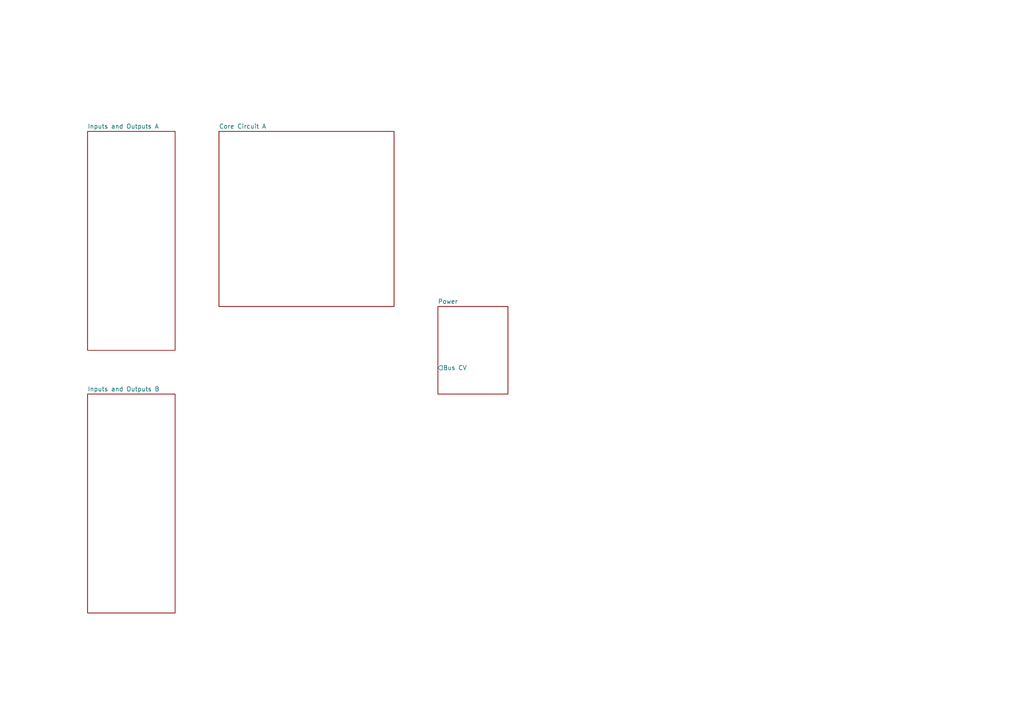
<source format=kicad_sch>
(kicad_sch
	(version 20250114)
	(generator "eeschema")
	(generator_version "9.0")
	(uuid "58f4306d-5387-4983-bb08-41a2313fd315")
	(paper "A4")
	(title_block
		(rev "1")
		(company "DMH Instruments")
		(comment 1 "PCB for 10cm Kosmo format synthesizer module")
	)
	(lib_symbols)
	(sheet
		(at 127 88.9)
		(size 20.32 25.4)
		(exclude_from_sim no)
		(in_bom yes)
		(on_board yes)
		(dnp no)
		(fields_autoplaced yes)
		(stroke
			(width 0.1524)
			(type solid)
		)
		(fill
			(color 0 0 0 0.0000)
		)
		(uuid "0cdf34b2-39cd-4d9e-981a-97cd34791509")
		(property "Sheetname" "Power"
			(at 127 88.1884 0)
			(effects
				(font
					(size 1.27 1.27)
				)
				(justify left bottom)
			)
		)
		(property "Sheetfile" "Power.kicad_sch"
			(at 127 114.8846 0)
			(effects
				(font
					(size 1.27 1.27)
				)
				(justify left top)
				(hide yes)
			)
		)
		(pin "Bus CV" output
			(at 127 106.68 180)
			(uuid "0197176f-d754-4695-b74f-89d14faa0aea")
			(effects
				(font
					(size 1.27 1.27)
				)
				(justify left)
			)
		)
		(instances
			(project "DMH_VCEG_PCB_1"
				(path "/58f4306d-5387-4983-bb08-41a2313fd315"
					(page "4")
				)
			)
		)
	)
	(sheet
		(at 25.4 114.3)
		(size 25.4 63.5)
		(exclude_from_sim no)
		(in_bom yes)
		(on_board yes)
		(dnp no)
		(fields_autoplaced yes)
		(stroke
			(width 0.1524)
			(type solid)
		)
		(fill
			(color 0 0 0 0.0000)
		)
		(uuid "56bd3f35-094b-4adb-8c6d-1e57b38bb61e")
		(property "Sheetname" "Inputs and Outputs B"
			(at 25.4 113.5884 0)
			(effects
				(font
					(size 1.27 1.27)
				)
				(justify left bottom)
			)
		)
		(property "Sheetfile" "Inputs_and_Outputs_B.kicad_sch"
			(at 25.4 178.3846 0)
			(effects
				(font
					(size 1.27 1.27)
				)
				(justify left top)
				(hide yes)
			)
		)
		(instances
			(project "DMH_VCEG_PCB_1"
				(path "/58f4306d-5387-4983-bb08-41a2313fd315"
					(page "3")
				)
			)
		)
	)
	(sheet
		(at 63.5 38.1)
		(size 50.8 50.8)
		(exclude_from_sim no)
		(in_bom yes)
		(on_board yes)
		(dnp no)
		(fields_autoplaced yes)
		(stroke
			(width 0.1524)
			(type solid)
		)
		(fill
			(color 0 0 0 0.0000)
		)
		(uuid "7ad2d702-dfb7-4d49-a82d-34430dd5948f")
		(property "Sheetname" "Core Circuit A"
			(at 63.5 37.3884 0)
			(effects
				(font
					(size 1.27 1.27)
				)
				(justify left bottom)
			)
		)
		(property "Sheetfile" "Core_Circuit_A.kicad_sch"
			(at 63.5 89.4846 0)
			(effects
				(font
					(size 1.27 1.27)
				)
				(justify left top)
				(hide yes)
			)
		)
		(instances
			(project "DMH_VCEG_PCB_1"
				(path "/58f4306d-5387-4983-bb08-41a2313fd315"
					(page "4")
				)
			)
		)
	)
	(sheet
		(at 25.4 38.1)
		(size 25.4 63.5)
		(exclude_from_sim no)
		(in_bom yes)
		(on_board yes)
		(dnp no)
		(fields_autoplaced yes)
		(stroke
			(width 0.1524)
			(type solid)
		)
		(fill
			(color 0 0 0 0.0000)
		)
		(uuid "ce3fef8b-9f1d-4178-b50b-4a046c030679")
		(property "Sheetname" "Inputs and Outputs A"
			(at 25.4 37.3884 0)
			(effects
				(font
					(size 1.27 1.27)
				)
				(justify left bottom)
			)
		)
		(property "Sheetfile" "Inputs_and_Outputs_A.kicad_sch"
			(at 25.4 102.1846 0)
			(effects
				(font
					(size 1.27 1.27)
				)
				(justify left top)
				(hide yes)
			)
		)
		(instances
			(project "DMH_VCEG_PCB_1"
				(path "/58f4306d-5387-4983-bb08-41a2313fd315"
					(page "2")
				)
			)
		)
	)
	(sheet_instances
		(path "/"
			(page "1")
		)
	)
	(embedded_fonts no)
)

</source>
